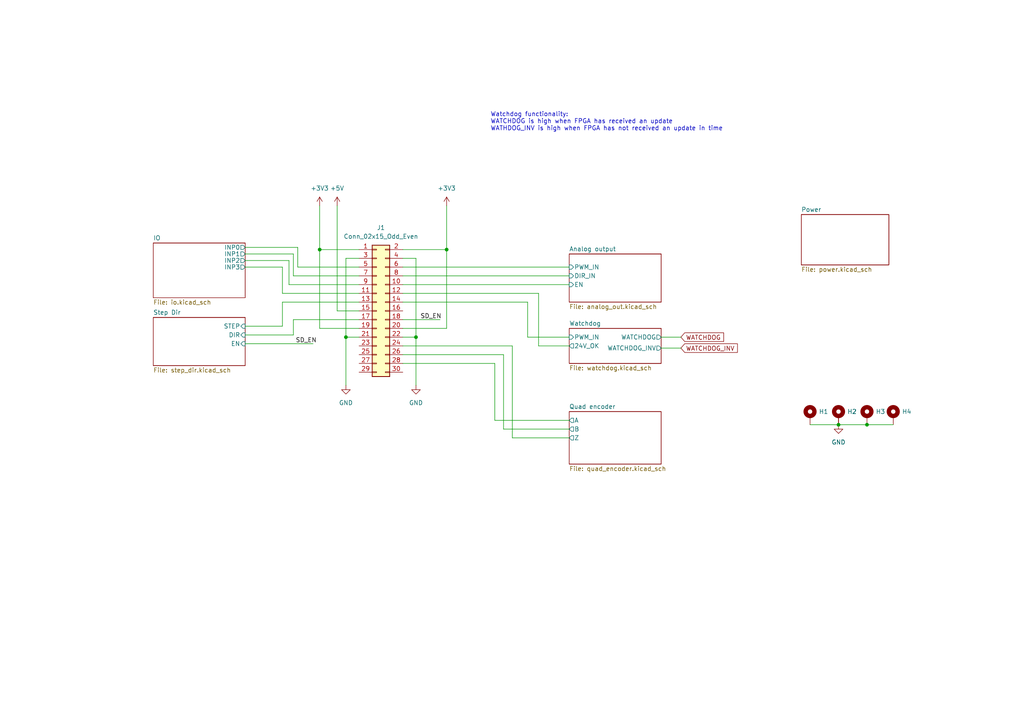
<source format=kicad_sch>
(kicad_sch (version 20230121) (generator eeschema)
  (paper "A4")
  (lib_symbols
    (symbol "Connector_Generic:Conn_02x15_Odd_Even" (pin_names (offset 1.016) hide)
      (property "Reference" "J" (at 1.27 20.32 0))
      (property "Value" "Conn_02x15_Odd_Even" (at 1.27 -20.32 0))
      (symbol "Conn_02x15_Odd_Even_1_1"
        (rectangle (start -1.27 -17.653) (end 0 -17.907) (stroke (width 0.1524)))
        (rectangle (start -1.27 -15.113) (end 0 -15.367) (stroke (width 0.1524)))
        (rectangle (start -1.27 -12.573) (end 0 -12.827) (stroke (width 0.1524)))
        (rectangle (start -1.27 -10.033) (end 0 -10.287) (stroke (width 0.1524)))
        (rectangle (start -1.27 -7.493) (end 0 -7.747) (stroke (width 0.1524)))
        (rectangle (start -1.27 -4.953) (end 0 -5.207) (stroke (width 0.1524)))
        (rectangle (start -1.27 -2.413) (end 0 -2.667) (stroke (width 0.1524)))
        (rectangle (start -1.27 0.127) (end 0 -0.127) (stroke (width 0.1524)))
        (rectangle (start -1.27 2.667) (end 0 2.413) (stroke (width 0.1524)))
        (rectangle (start -1.27 5.207) (end 0 4.953) (stroke (width 0.1524)))
        (rectangle (start -1.27 7.747) (end 0 7.493) (stroke (width 0.1524)))
        (rectangle (start -1.27 10.287) (end 0 10.033) (stroke (width 0.1524)))
        (rectangle (start -1.27 12.827) (end 0 12.573) (stroke (width 0.1524)))
        (rectangle (start -1.27 15.367) (end 0 15.113) (stroke (width 0.1524)))
        (rectangle (start -1.27 17.907) (end 0 17.653) (stroke (width 0.1524)))
        (rectangle (start -1.27 19.05) (end 3.81 -19.05) (stroke (width 0.254)) (fill (type background)))
        (rectangle (start 3.81 -17.653) (end 2.54 -17.907) (stroke (width 0.1524)))
        (rectangle (start 3.81 -15.113) (end 2.54 -15.367) (stroke (width 0.1524)))
        (rectangle (start 3.81 -12.573) (end 2.54 -12.827) (stroke (width 0.1524)))
        (rectangle (start 3.81 -10.033) (end 2.54 -10.287) (stroke (width 0.1524)))
        (rectangle (start 3.81 -7.493) (end 2.54 -7.747) (stroke (width 0.1524)))
        (rectangle (start 3.81 -4.953) (end 2.54 -5.207) (stroke (width 0.1524)))
        (rectangle (start 3.81 -2.413) (end 2.54 -2.667) (stroke (width 0.1524)))
        (rectangle (start 3.81 0.127) (end 2.54 -0.127) (stroke (width 0.1524)))
        (rectangle (start 3.81 2.667) (end 2.54 2.413) (stroke (width 0.1524)))
        (rectangle (start 3.81 5.207) (end 2.54 4.953) (stroke (width 0.1524)))
        (rectangle (start 3.81 7.747) (end 2.54 7.493) (stroke (width 0.1524)))
        (rectangle (start 3.81 10.287) (end 2.54 10.033) (stroke (width 0.1524)))
        (rectangle (start 3.81 12.827) (end 2.54 12.573) (stroke (width 0.1524)))
        (rectangle (start 3.81 15.367) (end 2.54 15.113) (stroke (width 0.1524)))
        (rectangle (start 3.81 17.907) (end 2.54 17.653) (stroke (width 0.1524)))
        (pin passive line (at -5.08 17.78 0) (length 3.81) (name "Pin_1") (number "1"))
        (pin passive line (at 7.62 7.62 180) (length 3.81) (name "Pin_10") (number "10"))
        (pin passive line (at -5.08 5.08 0) (length 3.81) (name "Pin_11") (number "11"))
        (pin passive line (at 7.62 5.08 180) (length 3.81) (name "Pin_12") (number "12"))
        (pin passive line (at -5.08 2.54 0) (length 3.81) (name "Pin_13") (number "13"))
        (pin passive line (at 7.62 2.54 180) (length 3.81) (name "Pin_14") (number "14"))
        (pin passive line (at -5.08 0 0) (length 3.81) (name "Pin_15") (number "15"))
        (pin passive line (at 7.62 0 180) (length 3.81) (name "Pin_16") (number "16"))
        (pin passive line (at -5.08 -2.54 0) (length 3.81) (name "Pin_17") (number "17"))
        (pin passive line (at 7.62 -2.54 180) (length 3.81) (name "Pin_18") (number "18"))
        (pin passive line (at -5.08 -5.08 0) (length 3.81) (name "Pin_19") (number "19"))
        (pin passive line (at 7.62 17.78 180) (length 3.81) (name "Pin_2") (number "2"))
        (pin passive line (at 7.62 -5.08 180) (length 3.81) (name "Pin_20") (number "20"))
        (pin passive line (at -5.08 -7.62 0) (length 3.81) (name "Pin_21") (number "21"))
        (pin passive line (at 7.62 -7.62 180) (length 3.81) (name "Pin_22") (number "22"))
        (pin passive line (at -5.08 -10.16 0) (length 3.81) (name "Pin_23") (number "23"))
        (pin passive line (at 7.62 -10.16 180) (length 3.81) (name "Pin_24") (number "24"))
        (pin passive line (at -5.08 -12.7 0) (length 3.81) (name "Pin_25") (number "25"))
        (pin passive line (at 7.62 -12.7 180) (length 3.81) (name "Pin_26") (number "26"))
        (pin passive line (at -5.08 -15.24 0) (length 3.81) (name "Pin_27") (number "27"))
        (pin passive line (at 7.62 -15.24 180) (length 3.81) (name "Pin_28") (number "28"))
        (pin passive line (at -5.08 -17.78 0) (length 3.81) (name "Pin_29") (number "29"))
        (pin passive line (at -5.08 15.24 0) (length 3.81) (name "Pin_3") (number "3"))
        (pin passive line (at 7.62 -17.78 180) (length 3.81) (name "Pin_30") (number "30"))
        (pin passive line (at 7.62 15.24 180) (length 3.81) (name "Pin_4") (number "4"))
        (pin passive line (at -5.08 12.7 0) (length 3.81) (name "Pin_5") (number "5"))
        (pin passive line (at 7.62 12.7 180) (length 3.81) (name "Pin_6") (number "6"))
        (pin passive line (at -5.08 10.16 0) (length 3.81) (name "Pin_7") (number "7"))
        (pin passive line (at 7.62 10.16 180) (length 3.81) (name "Pin_8") (number "8"))
        (pin passive line (at -5.08 7.62 0) (length 3.81) (name "Pin_9") (number "9"))
      )
    )
    (symbol "hadv-mechanical:MH_3.2mm" (pin_numbers hide) (pin_names (offset 1.016) hide) (in_bom no)
      (property "Reference" "H" (at 0 6.985 0))
      (symbol "MH_3.2mm_0_1"
        (circle (center 0 3.81) (radius 1.27) (stroke (width 1.27)))
      )
      (symbol "MH_3.2mm_1_1"
        (pin input line (at 0 0 90) (length 2.54) (name "1") (number "1"))
      )
    )
    (symbol "power:+3V3" (power) (pin_names (offset 0))
      (property "Value" "+3V3" (at 0 3.556 0))
      (symbol "+3V3_0_1"
        (polyline (pts (xy -0.762 1.27) (xy 0 2.54)))
        (polyline (pts (xy 0 0) (xy 0 2.54)))
        (polyline (pts (xy 0 2.54) (xy 0.762 1.27)))
      )
      (symbol "+3V3_1_1"
        (pin power_in line (at 0 0 90) (length 0) hide (name "+3V3") (number "1"))
      )
    )
    (symbol "power:+5V" (power) (pin_names (offset 0))
      (property "Value" "+5V" (at 0 3.556 0))
      (symbol "+5V_0_1"
        (polyline (pts (xy -0.762 1.27) (xy 0 2.54)))
        (polyline (pts (xy 0 0) (xy 0 2.54)))
        (polyline (pts (xy 0 2.54) (xy 0.762 1.27)))
      )
      (symbol "+5V_1_1"
        (pin power_in line (at 0 0 90) (length 0) hide (name "+5V") (number "1"))
      )
    )
    (symbol "power:GND" (power) (pin_names (offset 0))
      (property "Value" "GND" (at 0 -3.81 0))
      (symbol "GND_0_1"
        (polyline (pts (xy 0 0) (xy 0 -1.27) (xy 1.27 -1.27) (xy 0 -2.54) (xy -1.27 -1.27) (xy 0 -1.27)))
      )
      (symbol "GND_1_1"
        (pin power_in line (at 0 0 270) (length 0) hide (name "GND") (number "1"))
      )
    )
  )
  (junction (at 92.71 72.39))
  (junction (at 120.65 97.79))
  (junction (at 129.54 72.39))
  (junction (at 243.205 123.19))
  (junction (at 251.46 123.19))
  (junction (at 100.33 97.79))
  (wire (pts (xy 100.33 97.79) (xy 100.33 111.76)))
  (wire (pts (xy 146.05 102.87) (xy 116.84 102.87)))
  (wire (pts (xy 146.05 124.46) (xy 165.1 124.46)))
  (wire (pts (xy 148.59 100.33) (xy 116.84 100.33)))
  (wire (pts (xy 104.14 95.25) (xy 92.71 95.25)))
  (wire (pts (xy 104.14 92.71) (xy 85.09 92.71)))
  (wire (pts (xy 85.09 80.01) (xy 104.14 80.01)))
  (wire (pts (xy 146.05 124.46) (xy 146.05 102.87)))
  (wire (pts (xy 153.035 87.63) (xy 153.035 97.79)))
  (wire (pts (xy 143.51 121.92) (xy 143.51 105.41)))
  (wire (pts (xy 251.46 123.19) (xy 259.08 123.19)))
  (wire (pts (xy 116.84 87.63) (xy 153.035 87.63)))
  (wire (pts (xy 156.21 100.33) (xy 165.1 100.33)))
  (wire (pts (xy 83.82 82.55) (xy 104.14 82.55)))
  (wire (pts (xy 243.205 123.19) (xy 251.46 123.19)))
  (wire (pts (xy 97.79 59.69) (xy 97.79 90.17)))
  (wire (pts (xy 129.54 72.39) (xy 129.54 59.69)))
  (wire (pts (xy 97.79 90.17) (xy 104.14 90.17)))
  (wire (pts (xy 92.71 59.69) (xy 92.71 72.39)))
  (wire (pts (xy 148.59 127) (xy 165.1 127)))
  (wire (pts (xy 83.82 75.565) (xy 71.12 75.565)))
  (wire (pts (xy 81.915 85.09) (xy 104.14 85.09)))
  (wire (pts (xy 191.77 100.965) (xy 197.485 100.965)))
  (wire (pts (xy 156.21 85.09) (xy 156.21 100.33)))
  (wire (pts (xy 85.09 92.71) (xy 85.09 97.155)))
  (wire (pts (xy 143.51 105.41) (xy 116.84 105.41)))
  (wire (pts (xy 100.33 97.79) (xy 104.14 97.79)))
  (wire (pts (xy 92.71 95.25) (xy 92.71 72.39)))
  (wire (pts (xy 234.95 123.19) (xy 243.205 123.19)))
  (wire (pts (xy 86.36 77.47) (xy 104.14 77.47)))
  (wire (pts (xy 116.84 95.25) (xy 129.54 95.25)))
  (wire (pts (xy 81.915 77.47) (xy 71.12 77.47)))
  (wire (pts (xy 148.59 100.33) (xy 148.59 127)))
  (wire (pts (xy 116.84 80.01) (xy 165.1 80.01)))
  (wire (pts (xy 120.65 74.93) (xy 120.65 97.79)))
  (wire (pts (xy 86.36 77.47) (xy 86.36 71.755)))
  (wire (pts (xy 153.035 97.79) (xy 165.1 97.79)))
  (wire (pts (xy 71.12 99.695) (xy 90.805 99.695)))
  (wire (pts (xy 81.915 87.63) (xy 81.915 94.615)))
  (wire (pts (xy 116.84 72.39) (xy 129.54 72.39)))
  (wire (pts (xy 116.84 97.79) (xy 120.65 97.79)))
  (wire (pts (xy 143.51 121.92) (xy 165.1 121.92)))
  (wire (pts (xy 81.915 94.615) (xy 71.12 94.615)))
  (wire (pts (xy 85.09 80.01) (xy 85.09 73.66)))
  (wire (pts (xy 81.915 85.09) (xy 81.915 77.47)))
  (wire (pts (xy 100.33 74.93) (xy 100.33 97.79)))
  (wire (pts (xy 104.14 72.39) (xy 92.71 72.39)))
  (wire (pts (xy 104.14 74.93) (xy 100.33 74.93)))
  (wire (pts (xy 129.54 95.25) (xy 129.54 72.39)))
  (wire (pts (xy 86.36 71.755) (xy 71.12 71.755)))
  (wire (pts (xy 120.65 97.79) (xy 120.65 111.76)))
  (wire (pts (xy 83.82 82.55) (xy 83.82 75.565)))
  (wire (pts (xy 116.84 92.71) (xy 127.635 92.71)))
  (wire (pts (xy 85.09 97.155) (xy 71.12 97.155)))
  (wire (pts (xy 116.84 74.93) (xy 120.65 74.93)))
  (wire (pts (xy 116.84 85.09) (xy 156.21 85.09)))
  (wire (pts (xy 71.12 73.66) (xy 85.09 73.66)))
  (wire (pts (xy 116.84 77.47) (xy 165.1 77.47)))
  (wire (pts (xy 104.14 87.63) (xy 81.915 87.63)))
  (wire (pts (xy 191.77 97.79) (xy 197.485 97.79)))
  (wire (pts (xy 116.84 82.55) (xy 165.1 82.55)))
  (text "Watchdog functionality:\nWATCHDOG is high when FPGA has received an update\nWATHDOG_INV is high when FPGA has not received an update in time" (at 142.24 38.1 0) (effects (font (size 1.27 1.27)) (justify left bottom)))
  (label "SD_EN" (at 85.725 99.695 0))
  (label "SD_EN" (at 121.92 92.71 0))
  (global_label "WATCHDOG" (shape input) (at 197.485 97.79 0) (property "Intersheetrefs" "${INTERSHEET_REFS}" (effects hide)))
  (global_label "WATCHDOG_INV" (shape input) (at 197.485 100.965 0) (property "Intersheetrefs" "${INTERSHEET_REFS}" (effects hide)))
  (symbol (lib_id "power:GND") (at 120.65 111.76 0) (unit 1)
    (property "Reference" "#PWR05" (effects hide))
    (property "Value" "GND" (at 120.65 116.84 0))
  )
  (symbol (lib_id "hadv-mechanical:MH_3.2mm") (at 243.205 123.19 0) (unit 1) (in_bom no)
    (property "Reference" "H2" (at 245.745 119.38 0) (effects (justify left)))
    (property "Value" "MH_3.2mm" (effects hide))
    (property "Footprint" "MountingHole:MountingHole_3.2mm_M3_Pad_Via" (effects hide))
  )
  (symbol (lib_id "power:GND") (at 100.33 111.76 0) (unit 1)
    (property "Reference" "#PWR04" (effects hide))
    (property "Value" "GND" (at 100.33 116.84 0))
  )
  (symbol (lib_id "power:+3V3") (at 129.54 59.69 0) (unit 1)
    (property "Reference" "#PWR03" (effects hide))
    (property "Value" "+3V3" (at 129.54 54.61 0))
  )
  (symbol (lib_id "hadv-mechanical:MH_3.2mm") (at 234.95 123.19 0) (unit 1) (in_bom no)
    (property "Reference" "H1" (at 237.49 119.38 0) (effects (justify left)))
    (property "Value" "MH_3.2mm" (effects hide))
    (property "Footprint" "MountingHole:MountingHole_3.2mm_M3_Pad_Via" (effects hide))
  )
  (symbol (lib_id "Connector_Generic:Conn_02x15_Odd_Even") (at 109.22 90.17 0) (unit 1)
    (property "Reference" "J1" (at 110.49 66.04 0))
    (property "Value" "Conn_02x15_Odd_Even" (at 110.49 68.58 0))
    (property "Footprint" "Connector_PinHeader_2.54mm:PinHeader_2x15_P2.54mm_Horizontal" (effects hide))
    (property "LCSC#" "C2894995" (effects hide))
  )
  (symbol (lib_id "power:+5V") (at 97.79 59.69 0) (unit 1)
    (property "Reference" "#PWR02" (effects hide))
    (property "Value" "+5V" (at 97.79 54.61 0))
  )
  (symbol (lib_id "hadv-mechanical:MH_3.2mm") (at 251.46 123.19 0) (unit 1) (in_bom no)
    (property "Reference" "H3" (at 254 119.38 0) (effects (justify left)))
    (property "Value" "MH_3.2mm" (effects hide))
    (property "Footprint" "MountingHole:MountingHole_3.2mm_M3_Pad_Via" (effects hide))
  )
  (symbol (lib_id "power:+3V3") (at 92.71 59.69 0) (unit 1)
    (property "Reference" "#PWR01" (effects hide))
    (property "Value" "+3V3" (at 92.71 54.61 0))
  )
  (symbol (lib_id "power:GND") (at 243.205 123.19 0) (unit 1)
    (property "Reference" "#PWR084" (effects hide))
    (property "Value" "GND" (at 243.205 128.27 0))
  )
  (symbol (lib_id "hadv-mechanical:MH_3.2mm") (at 259.08 123.19 0) (unit 1) (in_bom no)
    (property "Reference" "H4" (at 261.62 119.38 0) (effects (justify left)))
    (property "Value" "MH_3.2mm" (effects hide))
    (property "Footprint" "MountingHole:MountingHole_3.2mm_M3_Pad_Via" (effects hide))
  )
  (sheet (at 165.1 73.66) (size 26.67 13.97) (stroke (width 0.1524))
    (property "Sheetname" "Analog output" (at 165.1 72.9484 0) (effects (justify left bottom)))
    (property "Sheetfile" "analog_out.kicad_sch" (at 165.1 88.2146 0) (effects (justify left top)))
    (pin "DIR_IN" input (at 165.1 80.01 180))
    (pin "PWM_IN" input (at 165.1 77.47 180))
    (pin "EN" input (at 165.1 82.55 180))
  )
  (sheet (at 165.1 95.25) (size 26.67 10.16) (stroke (width 0.1524))
    (property "Sheetname" "Watchdog" (at 165.1 94.5384 0) (effects (justify left bottom)))
    (property "Sheetfile" "watchdog.kicad_sch" (at 165.1 105.9946 0) (effects (justify left top)))
    (pin "PWM_IN" input (at 165.1 97.79 180))
    (pin "WATCHDOG_INV" output (at 191.77 100.965 0))
    (pin "WATCHDOG" output (at 191.77 97.79 0))
    (pin "24V_OK" output (at 165.1 100.33 180))
  )
  (sheet (at 232.41 62.23) (size 25.4 14.605) (stroke (width 0.1524))
    (property "Sheetname" "Power" (at 232.41 61.5184 0) (effects (justify left bottom)))
    (property "Sheetfile" "power.kicad_sch" (at 232.41 77.4196 0) (effects (justify left top)))
  )
  (sheet (at 44.45 92.075) (size 26.67 13.97) (stroke (width 0.1524))
    (property "Sheetname" "Step Dir" (at 44.45 91.3634 0) (effects (justify left bottom)))
    (property "Sheetfile" "step_dir.kicad_sch" (at 44.45 106.6296 0) (effects (justify left top)))
    (pin "STEP" input (at 71.12 94.615 0))
    (pin "DIR" input (at 71.12 97.155 0))
    (pin "EN" input (at 71.12 99.695 0))
  )
  (sheet (at 165.1 119.38) (size 26.67 15.24) (stroke (width 0.1524))
    (property "Sheetname" "Quad encoder" (at 165.1 118.6684 0) (effects (justify left bottom)))
    (property "Sheetfile" "quad_encoder.kicad_sch" (at 165.1 135.2046 0) (effects (justify left top)))
    (pin "A" output (at 165.1 121.92 180))
    (pin "B" output (at 165.1 124.46 180))
    (pin "Z" output (at 165.1 127 180))
  )
  (sheet (at 44.45 70.485) (size 26.67 15.875) (stroke (width 0.1524))
    (property "Sheetname" "IO" (at 44.45 69.7734 0) (effects (justify left bottom)))
    (property "Sheetfile" "io.kicad_sch" (at 44.45 86.9446 0) (effects (justify left top)))
    (pin "INP2" output (at 71.12 75.565 0))
    (pin "INP0" output (at 71.12 71.755 0))
    (pin "INP1" output (at 71.12 73.66 0))
    (pin "INP3" output (at 71.12 77.47 0))
  )
)
</source>
